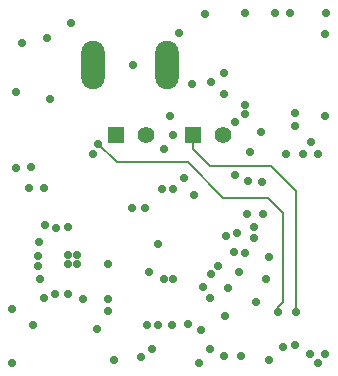
<source format=gbr>
G04 --- HEADER BEGIN --- *
G04 #@! TF.GenerationSoftware,LibrePCB,LibrePCB,1.0.1-unstable*
G04 #@! TF.CreationDate,2023-09-17T23:29:36*
G04 #@! TF.ProjectId,d0-reader,9220702f-a48e-4216-8865-87f6ea8ca353,v1*
G04 #@! TF.Part,Single*
G04 #@! TF.SameCoordinates*
G04 #@! TF.FileFunction,Copper,L2,Inr*
G04 #@! TF.FilePolarity,Positive*
%FSLAX66Y66*%
%MOMM*%
G01*
G75*
G04 --- HEADER END --- *
G04 --- APERTURE LIST BEGIN --- *
G04 #@! TA.AperFunction,ComponentPad*
%ADD10R,1.4X1.4*%
%ADD11C,1.4*%
%ADD12O,2.0X4.1*%
G04 #@! TA.AperFunction,ViaPad*
%ADD13C,0.7*%
G04 #@! TA.AperFunction,Conductor*
%ADD14C,0.2*%
G04 #@! TD*
G04 --- APERTURE LIST END --- *
G04 --- BOARD BEGIN --- *
D10*
G04 #@! TO.N,IR_RX*
G04 #@! TO.C,T1*
G04 #@! TO.P,T1,C,C*
X1980000Y0D03*
D11*
G04 #@! TO.N,GND*
G04 #@! TO.P,T1,A,E*
X4520000Y0D03*
D10*
G04 #@! TO.N,N1*
G04 #@! TO.C,LED1*
G04 #@! TO.P,LED1,C,C*
X-4520000Y0D03*
D11*
G04 #@! TO.N,N7*
G04 #@! TO.P,LED1,A,A*
X-1980000Y0D03*
D12*
G04 #@! TO.N,GND*
G04 #@! TO.C,J1*
G04 #@! TO.P,J1,2,2*
X-6500000Y5940000D03*
G04 #@! TO.N,VIN*
G04 #@! TO.P,J1,1,1*
X-200000Y5940000D03*
D13*
G04 #@! TD.C*
G04 #@! TD.P*
G04 #@! TO.N,GND*
X6588125Y-3889375D03*
X-7858125Y-10874375D03*
X9842500Y-1587500D03*
X6350000Y2540000D03*
X4603750Y5238750D03*
G04 #@! TO.N,N11*
X8413750Y-19050000D03*
G04 #@! TO.N,IR_RX*
X10715625Y-15001875D03*
D14*
X3413125Y-2619375D02*
X1984375Y-1190625D01*
X1984375Y-4375D02*
X1980000Y0D01*
X10715625Y-15001875D02*
X10715625Y-4762500D01*
X1984375Y-1190625D02*
X1984375Y-4375D01*
X10715625Y-4762500D02*
X8572500Y-2619375D01*
X8572500Y-2619375D02*
X3413125Y-2619375D01*
D13*
G04 #@! TO.N,GND*
X10160000Y10318750D03*
X6350000Y1746250D03*
X-8651875Y-10160000D03*
X-11906250Y-4445000D03*
G04 #@! TO.N,3V3*
X13176250Y8572500D03*
G04 #@! TO.N,!LAN_RST*
X1587500Y-16033750D03*
X-1508125Y-18097500D03*
G04 #@! TO.N,GND*
X11906250Y-18573750D03*
G04 #@! TO.N,RMII_TXEN*
X-8651875Y-13414375D03*
X2857500Y-12858750D03*
G04 #@! TO.N,3V3*
X-10636250Y-4445000D03*
G04 #@! TO.N,IR_TX*
X9207500Y-15001875D03*
X-6032500Y-714375D03*
D14*
X8334375Y-5318125D02*
X9604375Y-6588125D01*
X-4127500Y-2301875D02*
X-4127500Y-2301875D01*
X9604375Y-6588125D02*
X9604375Y-14128750D01*
X-4445000Y-2301875D02*
X-6032500Y-714375D01*
X4524375Y-5318125D02*
X1508125Y-2301875D01*
X9207500Y-14525625D02*
X9207500Y-15001875D01*
X9604375Y-14128750D02*
X9207500Y-14525625D01*
X-4127500Y-2301875D02*
X1508125Y-2301875D01*
X8334375Y-5318125D02*
X4524375Y-5318125D01*
X-4127500Y-2301875D02*
X-4445000Y-2301875D01*
D13*
G04 #@! TO.N,GND*
X-12541250Y7778750D03*
G04 #@! TO.N,N8*
X-2460625Y-18811875D03*
X-7381875Y-13890625D03*
G04 #@! TO.N,GND*
X-13017500Y-2778125D03*
X-6191250Y-16430625D03*
G04 #@! TO.N,!RST*
X5556250Y1111250D03*
X5556250Y-3413125D03*
X7937500Y-6667500D03*
G04 #@! TO.N,GND*
X6032500Y-18732500D03*
G04 #@! TO.N,3V3*
X10636250Y-17780000D03*
G04 #@! TO.N,RMII_MDC*
X4683125Y-15319375D03*
X-5238750Y-14922500D03*
G04 #@! TO.N,GND*
X-6508750Y-1587500D03*
G04 #@! TO.N,N24*
X-9604375Y-7858125D03*
G04 #@! TO.N,GND*
X158750Y-16113125D03*
X-952500Y-16113125D03*
X-10160000Y3016250D03*
G04 #@! TO.N,N12*
X-8651875Y-7778750D03*
X7302500Y-14128750D03*
X6508750Y-6667500D03*
G04 #@! TO.N,3V3*
X4603750Y-18732500D03*
G04 #@! TO.N,GND*
X-635000Y-4603750D03*
X-3175000Y-6191250D03*
X12541250Y-19288125D03*
G04 #@! TO.N,3V3*
X4603750Y3492500D03*
G04 #@! TO.N,GND*
X-7858125Y-10160000D03*
G04 #@! TO.N,3V3*
X317500Y-4603750D03*
G04 #@! TO.N,RXP*
X7143750Y-8731250D03*
X5715000Y-8255000D03*
X-11033125Y-9048750D03*
G04 #@! TO.N,GND*
X6350000Y-10001250D03*
X-8334375Y9525000D03*
G04 #@! TO.N,TEST1*
X1905000Y4286250D03*
G04 #@! TO.N,SWDIO*
X10636250Y793750D03*
G04 #@! TO.N,GND*
X8175625Y-12223750D03*
X12541250Y-1587500D03*
G04 #@! TO.N,RMII_TXD0*
X-9683750Y-13493750D03*
X3492500Y-11747500D03*
G04 #@! TO.N,GND*
X9604375Y-17938750D03*
G04 #@! TO.N,3V3*
X13176250Y-18573750D03*
G04 #@! TO.N,GND*
X13255625Y10318750D03*
X2063750Y-5080000D03*
X7699375Y238125D03*
X-11747500Y-2698750D03*
G04 #@! TO.N,3V3*
X11271250Y-1587500D03*
G04 #@! TO.N,RXN*
X4762500Y-8572500D03*
X-11112500Y-10239375D03*
X7143750Y-7778750D03*
G04 #@! TO.N,GND*
X6350000Y10318750D03*
X-13017500Y3651250D03*
X317500Y0D03*
G04 #@! TO.N,RMII_TXD1*
X-10636250Y-13811250D03*
X4127500Y-11112500D03*
G04 #@! TO.N,N13*
X7778750Y-3968750D03*
G04 #@! TO.N,GND*
X3413125Y-18097500D03*
G04 #@! TO.N,TXP*
X5873750Y-11588750D03*
X5476875Y-9921875D03*
X-11112500Y-11112500D03*
G04 #@! TO.N,GND*
X6826250Y-1428750D03*
X4921250Y-12938125D03*
X-1746250Y-11588750D03*
G04 #@! TO.N,RMII_MDIO*
X-5238750Y-13890625D03*
X3413125Y-13811250D03*
G04 #@! TO.N,3V3*
X0Y1587500D03*
G04 #@! TO.N,TXN*
X-10953750Y-12223750D03*
G04 #@! TO.N,TEST2*
X3492500Y4524375D03*
G04 #@! TO.N,STATUS_LED*
X-10398125Y8255000D03*
X-476250Y-1190625D03*
G04 #@! TO.N,SWCLK*
X10636250Y1905000D03*
G04 #@! TO.N,GND*
X-3095625Y5953125D03*
X1190625Y-3651250D03*
X11985625Y-555625D03*
X2460625Y-19288125D03*
X-11588750Y-16113125D03*
G04 #@! TO.N,3V3*
X-1905000Y-16113125D03*
X317500Y-12223750D03*
X-476250Y-12223750D03*
G04 #@! TO.N,GND*
X2619375Y-16510000D03*
G04 #@! TO.N,3V3*
X-2063750Y-6191250D03*
G04 #@! TO.N,GND*
X-13335000Y-19288125D03*
G04 #@! TO.N,N20*
X8413750Y-10318750D03*
X-10556875Y-7620000D03*
G04 #@! TO.N,GND*
X13176250Y1587500D03*
G04 #@! TO.N,N18*
X-952500Y-9207500D03*
X-5238750Y-10953750D03*
G04 #@! TO.N,GND*
X-13335000Y-14763750D03*
X793750Y8651875D03*
X8890000Y10318750D03*
X3016250Y10239375D03*
X-8651875Y-10874375D03*
X-4683125Y-19050000D03*
G04 --- BOARD END --- *
G04 #@! TF.MD5,58da31065fa59f32024454aff11a820e*
M02*

</source>
